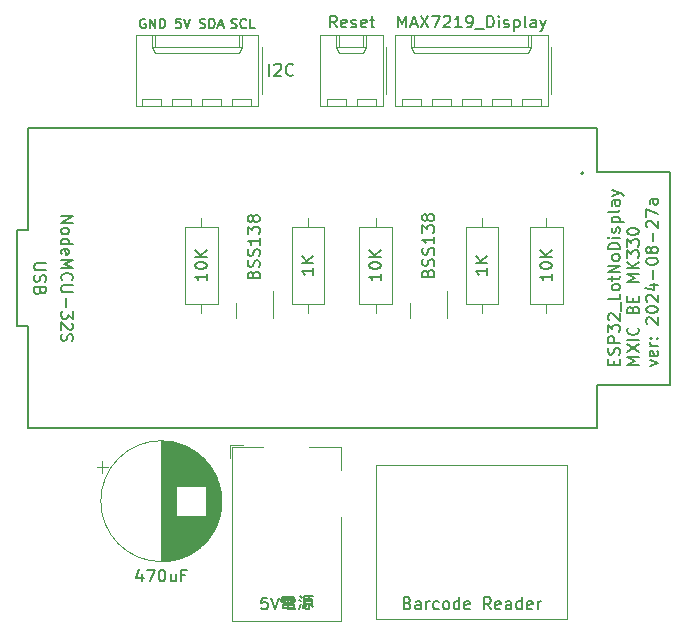
<source format=gbr>
%TF.GenerationSoftware,KiCad,Pcbnew,(6.0.7)*%
%TF.CreationDate,2024-08-27T11:09:32+08:00*%
%TF.ProjectId,KiCad_Esp32_LotNoDisplay,4b694361-645f-4457-9370-33325f4c6f74,rev?*%
%TF.SameCoordinates,Original*%
%TF.FileFunction,Legend,Top*%
%TF.FilePolarity,Positive*%
%FSLAX46Y46*%
G04 Gerber Fmt 4.6, Leading zero omitted, Abs format (unit mm)*
G04 Created by KiCad (PCBNEW (6.0.7)) date 2024-08-27 11:09:32*
%MOMM*%
%LPD*%
G01*
G04 APERTURE LIST*
%ADD10C,0.150000*%
%ADD11C,0.120000*%
%ADD12C,0.200000*%
%ADD13C,0.127000*%
G04 APERTURE END LIST*
D10*
X32076023Y-26143000D02*
X31999833Y-26104904D01*
X31885547Y-26104904D01*
X31771261Y-26143000D01*
X31695071Y-26219190D01*
X31656976Y-26295380D01*
X31618880Y-26447761D01*
X31618880Y-26562047D01*
X31656976Y-26714428D01*
X31695071Y-26790619D01*
X31771261Y-26866809D01*
X31885547Y-26904904D01*
X31961738Y-26904904D01*
X32076023Y-26866809D01*
X32114119Y-26828714D01*
X32114119Y-26562047D01*
X31961738Y-26562047D01*
X32456976Y-26904904D02*
X32456976Y-26104904D01*
X32914119Y-26904904D01*
X32914119Y-26104904D01*
X33295071Y-26904904D02*
X33295071Y-26104904D01*
X33485547Y-26104904D01*
X33599833Y-26143000D01*
X33676023Y-26219190D01*
X33714119Y-26295380D01*
X33752214Y-26447761D01*
X33752214Y-26562047D01*
X33714119Y-26714428D01*
X33676023Y-26790619D01*
X33599833Y-26866809D01*
X33485547Y-26904904D01*
X33295071Y-26904904D01*
X35085928Y-26104904D02*
X34704976Y-26104904D01*
X34666880Y-26485857D01*
X34704976Y-26447761D01*
X34781166Y-26409666D01*
X34971642Y-26409666D01*
X35047833Y-26447761D01*
X35085928Y-26485857D01*
X35124023Y-26562047D01*
X35124023Y-26752523D01*
X35085928Y-26828714D01*
X35047833Y-26866809D01*
X34971642Y-26904904D01*
X34781166Y-26904904D01*
X34704976Y-26866809D01*
X34666880Y-26828714D01*
X35352595Y-26104904D02*
X35619261Y-26904904D01*
X35885928Y-26104904D01*
X39365880Y-26866809D02*
X39480166Y-26904904D01*
X39670642Y-26904904D01*
X39746833Y-26866809D01*
X39784928Y-26828714D01*
X39823023Y-26752523D01*
X39823023Y-26676333D01*
X39784928Y-26600142D01*
X39746833Y-26562047D01*
X39670642Y-26523952D01*
X39518261Y-26485857D01*
X39442071Y-26447761D01*
X39403976Y-26409666D01*
X39365880Y-26333476D01*
X39365880Y-26257285D01*
X39403976Y-26181095D01*
X39442071Y-26143000D01*
X39518261Y-26104904D01*
X39708738Y-26104904D01*
X39823023Y-26143000D01*
X40623023Y-26828714D02*
X40584928Y-26866809D01*
X40470642Y-26904904D01*
X40394452Y-26904904D01*
X40280166Y-26866809D01*
X40203976Y-26790619D01*
X40165880Y-26714428D01*
X40127785Y-26562047D01*
X40127785Y-26447761D01*
X40165880Y-26295380D01*
X40203976Y-26219190D01*
X40280166Y-26143000D01*
X40394452Y-26104904D01*
X40470642Y-26104904D01*
X40584928Y-26143000D01*
X40623023Y-26181095D01*
X41346833Y-26904904D02*
X40965880Y-26904904D01*
X40965880Y-26104904D01*
X36698880Y-26866809D02*
X36813166Y-26904904D01*
X37003642Y-26904904D01*
X37079833Y-26866809D01*
X37117928Y-26828714D01*
X37156023Y-26752523D01*
X37156023Y-26676333D01*
X37117928Y-26600142D01*
X37079833Y-26562047D01*
X37003642Y-26523952D01*
X36851261Y-26485857D01*
X36775071Y-26447761D01*
X36736976Y-26409666D01*
X36698880Y-26333476D01*
X36698880Y-26257285D01*
X36736976Y-26181095D01*
X36775071Y-26143000D01*
X36851261Y-26104904D01*
X37041738Y-26104904D01*
X37156023Y-26143000D01*
X37498880Y-26904904D02*
X37498880Y-26104904D01*
X37689357Y-26104904D01*
X37803642Y-26143000D01*
X37879833Y-26219190D01*
X37917928Y-26295380D01*
X37956023Y-26447761D01*
X37956023Y-26562047D01*
X37917928Y-26714428D01*
X37879833Y-26790619D01*
X37803642Y-26866809D01*
X37689357Y-26904904D01*
X37498880Y-26904904D01*
X38260785Y-26676333D02*
X38641738Y-26676333D01*
X38184595Y-26904904D02*
X38451261Y-26104904D01*
X38717928Y-26904904D01*
X24947619Y-42826901D02*
X25947619Y-42826901D01*
X24947619Y-43398329D01*
X25947619Y-43398329D01*
X24947619Y-44017377D02*
X24995238Y-43922139D01*
X25042857Y-43874520D01*
X25138095Y-43826901D01*
X25423809Y-43826901D01*
X25519047Y-43874520D01*
X25566666Y-43922139D01*
X25614285Y-44017377D01*
X25614285Y-44160234D01*
X25566666Y-44255472D01*
X25519047Y-44303091D01*
X25423809Y-44350710D01*
X25138095Y-44350710D01*
X25042857Y-44303091D01*
X24995238Y-44255472D01*
X24947619Y-44160234D01*
X24947619Y-44017377D01*
X24947619Y-45207853D02*
X25947619Y-45207853D01*
X24995238Y-45207853D02*
X24947619Y-45112615D01*
X24947619Y-44922139D01*
X24995238Y-44826901D01*
X25042857Y-44779282D01*
X25138095Y-44731663D01*
X25423809Y-44731663D01*
X25519047Y-44779282D01*
X25566666Y-44826901D01*
X25614285Y-44922139D01*
X25614285Y-45112615D01*
X25566666Y-45207853D01*
X24995238Y-46064996D02*
X24947619Y-45969758D01*
X24947619Y-45779282D01*
X24995238Y-45684044D01*
X25090476Y-45636425D01*
X25471428Y-45636425D01*
X25566666Y-45684044D01*
X25614285Y-45779282D01*
X25614285Y-45969758D01*
X25566666Y-46064996D01*
X25471428Y-46112615D01*
X25376190Y-46112615D01*
X25280952Y-45636425D01*
X24947619Y-46541186D02*
X25947619Y-46541186D01*
X25233333Y-46874520D01*
X25947619Y-47207853D01*
X24947619Y-47207853D01*
X25042857Y-48255472D02*
X24995238Y-48207853D01*
X24947619Y-48064996D01*
X24947619Y-47969758D01*
X24995238Y-47826901D01*
X25090476Y-47731663D01*
X25185714Y-47684044D01*
X25376190Y-47636425D01*
X25519047Y-47636425D01*
X25709523Y-47684044D01*
X25804761Y-47731663D01*
X25900000Y-47826901D01*
X25947619Y-47969758D01*
X25947619Y-48064996D01*
X25900000Y-48207853D01*
X25852380Y-48255472D01*
X25947619Y-48684044D02*
X25138095Y-48684044D01*
X25042857Y-48731663D01*
X24995238Y-48779282D01*
X24947619Y-48874520D01*
X24947619Y-49064996D01*
X24995238Y-49160234D01*
X25042857Y-49207853D01*
X25138095Y-49255472D01*
X25947619Y-49255472D01*
X25328571Y-49731663D02*
X25328571Y-50493567D01*
X25947619Y-50874520D02*
X25947619Y-51493567D01*
X25566666Y-51160234D01*
X25566666Y-51303091D01*
X25519047Y-51398329D01*
X25471428Y-51445948D01*
X25376190Y-51493567D01*
X25138095Y-51493567D01*
X25042857Y-51445948D01*
X24995238Y-51398329D01*
X24947619Y-51303091D01*
X24947619Y-51017377D01*
X24995238Y-50922139D01*
X25042857Y-50874520D01*
X25852380Y-51874520D02*
X25900000Y-51922139D01*
X25947619Y-52017377D01*
X25947619Y-52255472D01*
X25900000Y-52350710D01*
X25852380Y-52398329D01*
X25757142Y-52445948D01*
X25661904Y-52445948D01*
X25519047Y-52398329D01*
X24947619Y-51826901D01*
X24947619Y-52445948D01*
X24995238Y-52826901D02*
X24947619Y-52969758D01*
X24947619Y-53207853D01*
X24995238Y-53303091D01*
X25042857Y-53350710D01*
X25138095Y-53398329D01*
X25233333Y-53398329D01*
X25328571Y-53350710D01*
X25376190Y-53303091D01*
X25423809Y-53207853D01*
X25471428Y-53017377D01*
X25519047Y-52922139D01*
X25566666Y-52874520D01*
X25661904Y-52826901D01*
X25757142Y-52826901D01*
X25852380Y-52874520D01*
X25900000Y-52922139D01*
X25947619Y-53017377D01*
X25947619Y-53255472D01*
X25900000Y-53398329D01*
X23661619Y-46826901D02*
X22852095Y-46826901D01*
X22756857Y-46874520D01*
X22709238Y-46922139D01*
X22661619Y-47017377D01*
X22661619Y-47207853D01*
X22709238Y-47303091D01*
X22756857Y-47350710D01*
X22852095Y-47398329D01*
X23661619Y-47398329D01*
X22709238Y-47826901D02*
X22661619Y-47969758D01*
X22661619Y-48207853D01*
X22709238Y-48303091D01*
X22756857Y-48350710D01*
X22852095Y-48398329D01*
X22947333Y-48398329D01*
X23042571Y-48350710D01*
X23090190Y-48303091D01*
X23137809Y-48207853D01*
X23185428Y-48017377D01*
X23233047Y-47922139D01*
X23280666Y-47874520D01*
X23375904Y-47826901D01*
X23471142Y-47826901D01*
X23566380Y-47874520D01*
X23614000Y-47922139D01*
X23661619Y-48017377D01*
X23661619Y-48255472D01*
X23614000Y-48398329D01*
X23185428Y-49160234D02*
X23137809Y-49303091D01*
X23090190Y-49350710D01*
X22994952Y-49398329D01*
X22852095Y-49398329D01*
X22756857Y-49350710D01*
X22709238Y-49303091D01*
X22661619Y-49207853D01*
X22661619Y-48826901D01*
X23661619Y-48826901D01*
X23661619Y-49160234D01*
X23614000Y-49255472D01*
X23566380Y-49303091D01*
X23471142Y-49350710D01*
X23375904Y-49350710D01*
X23280666Y-49303091D01*
X23233047Y-49255472D01*
X23185428Y-49160234D01*
X23185428Y-48826901D01*
X71724571Y-55399639D02*
X71724571Y-55066306D01*
X72248380Y-54923449D02*
X72248380Y-55399639D01*
X71248380Y-55399639D01*
X71248380Y-54923449D01*
X72200761Y-54542496D02*
X72248380Y-54399639D01*
X72248380Y-54161544D01*
X72200761Y-54066306D01*
X72153142Y-54018687D01*
X72057904Y-53971068D01*
X71962666Y-53971068D01*
X71867428Y-54018687D01*
X71819809Y-54066306D01*
X71772190Y-54161544D01*
X71724571Y-54352020D01*
X71676952Y-54447258D01*
X71629333Y-54494877D01*
X71534095Y-54542496D01*
X71438857Y-54542496D01*
X71343619Y-54494877D01*
X71296000Y-54447258D01*
X71248380Y-54352020D01*
X71248380Y-54113925D01*
X71296000Y-53971068D01*
X72248380Y-53542496D02*
X71248380Y-53542496D01*
X71248380Y-53161544D01*
X71296000Y-53066306D01*
X71343619Y-53018687D01*
X71438857Y-52971068D01*
X71581714Y-52971068D01*
X71676952Y-53018687D01*
X71724571Y-53066306D01*
X71772190Y-53161544D01*
X71772190Y-53542496D01*
X71248380Y-52637735D02*
X71248380Y-52018687D01*
X71629333Y-52352020D01*
X71629333Y-52209163D01*
X71676952Y-52113925D01*
X71724571Y-52066306D01*
X71819809Y-52018687D01*
X72057904Y-52018687D01*
X72153142Y-52066306D01*
X72200761Y-52113925D01*
X72248380Y-52209163D01*
X72248380Y-52494877D01*
X72200761Y-52590115D01*
X72153142Y-52637735D01*
X71343619Y-51637735D02*
X71296000Y-51590115D01*
X71248380Y-51494877D01*
X71248380Y-51256782D01*
X71296000Y-51161544D01*
X71343619Y-51113925D01*
X71438857Y-51066306D01*
X71534095Y-51066306D01*
X71676952Y-51113925D01*
X72248380Y-51685354D01*
X72248380Y-51066306D01*
X72343619Y-50875830D02*
X72343619Y-50113925D01*
X72248380Y-49399639D02*
X72248380Y-49875830D01*
X71248380Y-49875830D01*
X72248380Y-48923449D02*
X72200761Y-49018687D01*
X72153142Y-49066306D01*
X72057904Y-49113925D01*
X71772190Y-49113925D01*
X71676952Y-49066306D01*
X71629333Y-49018687D01*
X71581714Y-48923449D01*
X71581714Y-48780592D01*
X71629333Y-48685354D01*
X71676952Y-48637735D01*
X71772190Y-48590115D01*
X72057904Y-48590115D01*
X72153142Y-48637735D01*
X72200761Y-48685354D01*
X72248380Y-48780592D01*
X72248380Y-48923449D01*
X71581714Y-48304401D02*
X71581714Y-47923449D01*
X71248380Y-48161544D02*
X72105523Y-48161544D01*
X72200761Y-48113925D01*
X72248380Y-48018687D01*
X72248380Y-47923449D01*
X72248380Y-47590115D02*
X71248380Y-47590115D01*
X72248380Y-47018687D01*
X71248380Y-47018687D01*
X72248380Y-46399639D02*
X72200761Y-46494877D01*
X72153142Y-46542496D01*
X72057904Y-46590115D01*
X71772190Y-46590115D01*
X71676952Y-46542496D01*
X71629333Y-46494877D01*
X71581714Y-46399639D01*
X71581714Y-46256782D01*
X71629333Y-46161544D01*
X71676952Y-46113925D01*
X71772190Y-46066306D01*
X72057904Y-46066306D01*
X72153142Y-46113925D01*
X72200761Y-46161544D01*
X72248380Y-46256782D01*
X72248380Y-46399639D01*
X72248380Y-45637735D02*
X71248380Y-45637735D01*
X71248380Y-45399639D01*
X71296000Y-45256782D01*
X71391238Y-45161544D01*
X71486476Y-45113925D01*
X71676952Y-45066306D01*
X71819809Y-45066306D01*
X72010285Y-45113925D01*
X72105523Y-45161544D01*
X72200761Y-45256782D01*
X72248380Y-45399639D01*
X72248380Y-45637735D01*
X72248380Y-44637735D02*
X71581714Y-44637735D01*
X71248380Y-44637735D02*
X71296000Y-44685354D01*
X71343619Y-44637735D01*
X71296000Y-44590115D01*
X71248380Y-44637735D01*
X71343619Y-44637735D01*
X72200761Y-44209163D02*
X72248380Y-44113925D01*
X72248380Y-43923449D01*
X72200761Y-43828211D01*
X72105523Y-43780592D01*
X72057904Y-43780592D01*
X71962666Y-43828211D01*
X71915047Y-43923449D01*
X71915047Y-44066306D01*
X71867428Y-44161544D01*
X71772190Y-44209163D01*
X71724571Y-44209163D01*
X71629333Y-44161544D01*
X71581714Y-44066306D01*
X71581714Y-43923449D01*
X71629333Y-43828211D01*
X71581714Y-43352020D02*
X72581714Y-43352020D01*
X71629333Y-43352020D02*
X71581714Y-43256782D01*
X71581714Y-43066306D01*
X71629333Y-42971068D01*
X71676952Y-42923449D01*
X71772190Y-42875830D01*
X72057904Y-42875830D01*
X72153142Y-42923449D01*
X72200761Y-42971068D01*
X72248380Y-43066306D01*
X72248380Y-43256782D01*
X72200761Y-43352020D01*
X72248380Y-42304401D02*
X72200761Y-42399639D01*
X72105523Y-42447258D01*
X71248380Y-42447258D01*
X72248380Y-41494877D02*
X71724571Y-41494877D01*
X71629333Y-41542496D01*
X71581714Y-41637735D01*
X71581714Y-41828211D01*
X71629333Y-41923449D01*
X72200761Y-41494877D02*
X72248380Y-41590115D01*
X72248380Y-41828211D01*
X72200761Y-41923449D01*
X72105523Y-41971068D01*
X72010285Y-41971068D01*
X71915047Y-41923449D01*
X71867428Y-41828211D01*
X71867428Y-41590115D01*
X71819809Y-41494877D01*
X71581714Y-41113925D02*
X72248380Y-40875830D01*
X71581714Y-40637735D02*
X72248380Y-40875830D01*
X72486476Y-40971068D01*
X72534095Y-41018687D01*
X72581714Y-41113925D01*
X73858380Y-55399639D02*
X72858380Y-55399639D01*
X73572666Y-55066306D01*
X72858380Y-54732973D01*
X73858380Y-54732973D01*
X72858380Y-54352020D02*
X73858380Y-53685354D01*
X72858380Y-53685354D02*
X73858380Y-54352020D01*
X73858380Y-53304401D02*
X72858380Y-53304401D01*
X73763142Y-52256782D02*
X73810761Y-52304401D01*
X73858380Y-52447258D01*
X73858380Y-52542496D01*
X73810761Y-52685354D01*
X73715523Y-52780592D01*
X73620285Y-52828211D01*
X73429809Y-52875830D01*
X73286952Y-52875830D01*
X73096476Y-52828211D01*
X73001238Y-52780592D01*
X72906000Y-52685354D01*
X72858380Y-52542496D01*
X72858380Y-52447258D01*
X72906000Y-52304401D01*
X72953619Y-52256782D01*
X73334571Y-50732973D02*
X73382190Y-50590115D01*
X73429809Y-50542496D01*
X73525047Y-50494877D01*
X73667904Y-50494877D01*
X73763142Y-50542496D01*
X73810761Y-50590115D01*
X73858380Y-50685354D01*
X73858380Y-51066306D01*
X72858380Y-51066306D01*
X72858380Y-50732973D01*
X72906000Y-50637735D01*
X72953619Y-50590115D01*
X73048857Y-50542496D01*
X73144095Y-50542496D01*
X73239333Y-50590115D01*
X73286952Y-50637735D01*
X73334571Y-50732973D01*
X73334571Y-51066306D01*
X73334571Y-50066306D02*
X73334571Y-49732973D01*
X73858380Y-49590115D02*
X73858380Y-50066306D01*
X72858380Y-50066306D01*
X72858380Y-49590115D01*
X73858380Y-48399639D02*
X72858380Y-48399639D01*
X73572666Y-48066306D01*
X72858380Y-47732973D01*
X73858380Y-47732973D01*
X73858380Y-47256782D02*
X72858380Y-47256782D01*
X73858380Y-46685354D02*
X73286952Y-47113925D01*
X72858380Y-46685354D02*
X73429809Y-47256782D01*
X72858380Y-46352020D02*
X72858380Y-45732973D01*
X73239333Y-46066306D01*
X73239333Y-45923449D01*
X73286952Y-45828211D01*
X73334571Y-45780592D01*
X73429809Y-45732973D01*
X73667904Y-45732973D01*
X73763142Y-45780592D01*
X73810761Y-45828211D01*
X73858380Y-45923449D01*
X73858380Y-46209163D01*
X73810761Y-46304401D01*
X73763142Y-46352020D01*
X72858380Y-45399639D02*
X72858380Y-44780592D01*
X73239333Y-45113925D01*
X73239333Y-44971068D01*
X73286952Y-44875830D01*
X73334571Y-44828211D01*
X73429809Y-44780592D01*
X73667904Y-44780592D01*
X73763142Y-44828211D01*
X73810761Y-44875830D01*
X73858380Y-44971068D01*
X73858380Y-45256782D01*
X73810761Y-45352020D01*
X73763142Y-45399639D01*
X72858380Y-44161544D02*
X72858380Y-44066306D01*
X72906000Y-43971068D01*
X72953619Y-43923449D01*
X73048857Y-43875830D01*
X73239333Y-43828211D01*
X73477428Y-43828211D01*
X73667904Y-43875830D01*
X73763142Y-43923449D01*
X73810761Y-43971068D01*
X73858380Y-44066306D01*
X73858380Y-44161544D01*
X73810761Y-44256782D01*
X73763142Y-44304401D01*
X73667904Y-44352020D01*
X73477428Y-44399639D01*
X73239333Y-44399639D01*
X73048857Y-44352020D01*
X72953619Y-44304401D01*
X72906000Y-44256782D01*
X72858380Y-44161544D01*
X74801714Y-55494877D02*
X75468380Y-55256782D01*
X74801714Y-55018687D01*
X75420761Y-54256782D02*
X75468380Y-54352020D01*
X75468380Y-54542496D01*
X75420761Y-54637735D01*
X75325523Y-54685354D01*
X74944571Y-54685354D01*
X74849333Y-54637735D01*
X74801714Y-54542496D01*
X74801714Y-54352020D01*
X74849333Y-54256782D01*
X74944571Y-54209163D01*
X75039809Y-54209163D01*
X75135047Y-54685354D01*
X75468380Y-53780592D02*
X74801714Y-53780592D01*
X74992190Y-53780592D02*
X74896952Y-53732973D01*
X74849333Y-53685354D01*
X74801714Y-53590115D01*
X74801714Y-53494877D01*
X75373142Y-53161544D02*
X75420761Y-53113925D01*
X75468380Y-53161544D01*
X75420761Y-53209163D01*
X75373142Y-53161544D01*
X75468380Y-53161544D01*
X74849333Y-53161544D02*
X74896952Y-53113925D01*
X74944571Y-53161544D01*
X74896952Y-53209163D01*
X74849333Y-53161544D01*
X74944571Y-53161544D01*
X74563619Y-51971068D02*
X74516000Y-51923449D01*
X74468380Y-51828211D01*
X74468380Y-51590115D01*
X74516000Y-51494877D01*
X74563619Y-51447258D01*
X74658857Y-51399639D01*
X74754095Y-51399639D01*
X74896952Y-51447258D01*
X75468380Y-52018687D01*
X75468380Y-51399639D01*
X74468380Y-50780592D02*
X74468380Y-50685354D01*
X74516000Y-50590115D01*
X74563619Y-50542496D01*
X74658857Y-50494877D01*
X74849333Y-50447258D01*
X75087428Y-50447258D01*
X75277904Y-50494877D01*
X75373142Y-50542496D01*
X75420761Y-50590115D01*
X75468380Y-50685354D01*
X75468380Y-50780592D01*
X75420761Y-50875830D01*
X75373142Y-50923449D01*
X75277904Y-50971068D01*
X75087428Y-51018687D01*
X74849333Y-51018687D01*
X74658857Y-50971068D01*
X74563619Y-50923449D01*
X74516000Y-50875830D01*
X74468380Y-50780592D01*
X74563619Y-50066306D02*
X74516000Y-50018687D01*
X74468380Y-49923449D01*
X74468380Y-49685354D01*
X74516000Y-49590115D01*
X74563619Y-49542496D01*
X74658857Y-49494877D01*
X74754095Y-49494877D01*
X74896952Y-49542496D01*
X75468380Y-50113925D01*
X75468380Y-49494877D01*
X74801714Y-48637735D02*
X75468380Y-48637735D01*
X74420761Y-48875830D02*
X75135047Y-49113925D01*
X75135047Y-48494877D01*
X75087428Y-48113925D02*
X75087428Y-47352020D01*
X74468380Y-46685354D02*
X74468380Y-46590115D01*
X74516000Y-46494877D01*
X74563619Y-46447258D01*
X74658857Y-46399639D01*
X74849333Y-46352020D01*
X75087428Y-46352020D01*
X75277904Y-46399639D01*
X75373142Y-46447258D01*
X75420761Y-46494877D01*
X75468380Y-46590115D01*
X75468380Y-46685354D01*
X75420761Y-46780592D01*
X75373142Y-46828211D01*
X75277904Y-46875830D01*
X75087428Y-46923449D01*
X74849333Y-46923449D01*
X74658857Y-46875830D01*
X74563619Y-46828211D01*
X74516000Y-46780592D01*
X74468380Y-46685354D01*
X74896952Y-45780592D02*
X74849333Y-45875830D01*
X74801714Y-45923449D01*
X74706476Y-45971068D01*
X74658857Y-45971068D01*
X74563619Y-45923449D01*
X74516000Y-45875830D01*
X74468380Y-45780592D01*
X74468380Y-45590115D01*
X74516000Y-45494877D01*
X74563619Y-45447258D01*
X74658857Y-45399639D01*
X74706476Y-45399639D01*
X74801714Y-45447258D01*
X74849333Y-45494877D01*
X74896952Y-45590115D01*
X74896952Y-45780592D01*
X74944571Y-45875830D01*
X74992190Y-45923449D01*
X75087428Y-45971068D01*
X75277904Y-45971068D01*
X75373142Y-45923449D01*
X75420761Y-45875830D01*
X75468380Y-45780592D01*
X75468380Y-45590115D01*
X75420761Y-45494877D01*
X75373142Y-45447258D01*
X75277904Y-45399639D01*
X75087428Y-45399639D01*
X74992190Y-45447258D01*
X74944571Y-45494877D01*
X74896952Y-45590115D01*
X75087428Y-44971068D02*
X75087428Y-44209163D01*
X74563619Y-43780592D02*
X74516000Y-43732973D01*
X74468380Y-43637735D01*
X74468380Y-43399639D01*
X74516000Y-43304401D01*
X74563619Y-43256782D01*
X74658857Y-43209163D01*
X74754095Y-43209163D01*
X74896952Y-43256782D01*
X75468380Y-43828211D01*
X75468380Y-43209163D01*
X74468380Y-42875830D02*
X74468380Y-42209163D01*
X75468380Y-42637735D01*
X75468380Y-41399639D02*
X74944571Y-41399639D01*
X74849333Y-41447258D01*
X74801714Y-41542496D01*
X74801714Y-41732973D01*
X74849333Y-41828211D01*
X75420761Y-41399639D02*
X75468380Y-41494877D01*
X75468380Y-41732973D01*
X75420761Y-41828211D01*
X75325523Y-41875830D01*
X75230285Y-41875830D01*
X75135047Y-41828211D01*
X75087428Y-41732973D01*
X75087428Y-41494877D01*
X75039809Y-41399639D01*
%TO.C,J5*%
X42584809Y-30932380D02*
X42584809Y-29932380D01*
X43013380Y-30027619D02*
X43061000Y-29980000D01*
X43156238Y-29932380D01*
X43394333Y-29932380D01*
X43489571Y-29980000D01*
X43537190Y-30027619D01*
X43584809Y-30122857D01*
X43584809Y-30218095D01*
X43537190Y-30360952D01*
X42965761Y-30932380D01*
X43584809Y-30932380D01*
X44584809Y-30837142D02*
X44537190Y-30884761D01*
X44394333Y-30932380D01*
X44299095Y-30932380D01*
X44156238Y-30884761D01*
X44061000Y-30789523D01*
X44013380Y-30694285D01*
X43965761Y-30503809D01*
X43965761Y-30360952D01*
X44013380Y-30170476D01*
X44061000Y-30075238D01*
X44156238Y-29980000D01*
X44299095Y-29932380D01*
X44394333Y-29932380D01*
X44537190Y-29980000D01*
X44584809Y-30027619D01*
%TO.C,J2*%
X53475714Y-26852380D02*
X53475714Y-25852380D01*
X53809047Y-26566666D01*
X54142380Y-25852380D01*
X54142380Y-26852380D01*
X54570952Y-26566666D02*
X55047142Y-26566666D01*
X54475714Y-26852380D02*
X54809047Y-25852380D01*
X55142380Y-26852380D01*
X55380476Y-25852380D02*
X56047142Y-26852380D01*
X56047142Y-25852380D02*
X55380476Y-26852380D01*
X56332857Y-25852380D02*
X56999523Y-25852380D01*
X56570952Y-26852380D01*
X57332857Y-25947619D02*
X57380476Y-25900000D01*
X57475714Y-25852380D01*
X57713809Y-25852380D01*
X57809047Y-25900000D01*
X57856666Y-25947619D01*
X57904285Y-26042857D01*
X57904285Y-26138095D01*
X57856666Y-26280952D01*
X57285238Y-26852380D01*
X57904285Y-26852380D01*
X58856666Y-26852380D02*
X58285238Y-26852380D01*
X58570952Y-26852380D02*
X58570952Y-25852380D01*
X58475714Y-25995238D01*
X58380476Y-26090476D01*
X58285238Y-26138095D01*
X59332857Y-26852380D02*
X59523333Y-26852380D01*
X59618571Y-26804761D01*
X59666190Y-26757142D01*
X59761428Y-26614285D01*
X59809047Y-26423809D01*
X59809047Y-26042857D01*
X59761428Y-25947619D01*
X59713809Y-25900000D01*
X59618571Y-25852380D01*
X59428095Y-25852380D01*
X59332857Y-25900000D01*
X59285238Y-25947619D01*
X59237619Y-26042857D01*
X59237619Y-26280952D01*
X59285238Y-26376190D01*
X59332857Y-26423809D01*
X59428095Y-26471428D01*
X59618571Y-26471428D01*
X59713809Y-26423809D01*
X59761428Y-26376190D01*
X59809047Y-26280952D01*
X59999523Y-26947619D02*
X60761428Y-26947619D01*
X60999523Y-26852380D02*
X60999523Y-25852380D01*
X61237619Y-25852380D01*
X61380476Y-25900000D01*
X61475714Y-25995238D01*
X61523333Y-26090476D01*
X61570952Y-26280952D01*
X61570952Y-26423809D01*
X61523333Y-26614285D01*
X61475714Y-26709523D01*
X61380476Y-26804761D01*
X61237619Y-26852380D01*
X60999523Y-26852380D01*
X61999523Y-26852380D02*
X61999523Y-26185714D01*
X61999523Y-25852380D02*
X61951904Y-25900000D01*
X61999523Y-25947619D01*
X62047142Y-25900000D01*
X61999523Y-25852380D01*
X61999523Y-25947619D01*
X62428095Y-26804761D02*
X62523333Y-26852380D01*
X62713809Y-26852380D01*
X62809047Y-26804761D01*
X62856666Y-26709523D01*
X62856666Y-26661904D01*
X62809047Y-26566666D01*
X62713809Y-26519047D01*
X62570952Y-26519047D01*
X62475714Y-26471428D01*
X62428095Y-26376190D01*
X62428095Y-26328571D01*
X62475714Y-26233333D01*
X62570952Y-26185714D01*
X62713809Y-26185714D01*
X62809047Y-26233333D01*
X63285238Y-26185714D02*
X63285238Y-27185714D01*
X63285238Y-26233333D02*
X63380476Y-26185714D01*
X63570952Y-26185714D01*
X63666190Y-26233333D01*
X63713809Y-26280952D01*
X63761428Y-26376190D01*
X63761428Y-26661904D01*
X63713809Y-26757142D01*
X63666190Y-26804761D01*
X63570952Y-26852380D01*
X63380476Y-26852380D01*
X63285238Y-26804761D01*
X64332857Y-26852380D02*
X64237619Y-26804761D01*
X64190000Y-26709523D01*
X64190000Y-25852380D01*
X65142380Y-26852380D02*
X65142380Y-26328571D01*
X65094761Y-26233333D01*
X64999523Y-26185714D01*
X64809047Y-26185714D01*
X64713809Y-26233333D01*
X65142380Y-26804761D02*
X65047142Y-26852380D01*
X64809047Y-26852380D01*
X64713809Y-26804761D01*
X64666190Y-26709523D01*
X64666190Y-26614285D01*
X64713809Y-26519047D01*
X64809047Y-26471428D01*
X65047142Y-26471428D01*
X65142380Y-26423809D01*
X65523333Y-26185714D02*
X65761428Y-26852380D01*
X65999523Y-26185714D02*
X65761428Y-26852380D01*
X65666190Y-27090476D01*
X65618571Y-27138095D01*
X65523333Y-27185714D01*
%TO.C,R8*%
X66492380Y-47680476D02*
X66492380Y-48251904D01*
X66492380Y-47966190D02*
X65492380Y-47966190D01*
X65635238Y-48061428D01*
X65730476Y-48156666D01*
X65778095Y-48251904D01*
X65492380Y-47061428D02*
X65492380Y-46966190D01*
X65540000Y-46870952D01*
X65587619Y-46823333D01*
X65682857Y-46775714D01*
X65873333Y-46728095D01*
X66111428Y-46728095D01*
X66301904Y-46775714D01*
X66397142Y-46823333D01*
X66444761Y-46870952D01*
X66492380Y-46966190D01*
X66492380Y-47061428D01*
X66444761Y-47156666D01*
X66397142Y-47204285D01*
X66301904Y-47251904D01*
X66111428Y-47299523D01*
X65873333Y-47299523D01*
X65682857Y-47251904D01*
X65587619Y-47204285D01*
X65540000Y-47156666D01*
X65492380Y-47061428D01*
X66492380Y-46299523D02*
X65492380Y-46299523D01*
X66492380Y-45728095D02*
X65920952Y-46156666D01*
X65492380Y-45728095D02*
X66063809Y-46299523D01*
%TO.C,R5*%
X46305712Y-47204285D02*
X46305712Y-47775714D01*
X46305712Y-47490000D02*
X45305712Y-47490000D01*
X45448570Y-47585238D01*
X45543808Y-47680476D01*
X45591427Y-47775714D01*
X46305712Y-46775714D02*
X45305712Y-46775714D01*
X46305712Y-46204285D02*
X45734284Y-46632857D01*
X45305712Y-46204285D02*
X45877141Y-46775714D01*
%TO.C,R4*%
X37282380Y-47680476D02*
X37282380Y-48251904D01*
X37282380Y-47966190D02*
X36282380Y-47966190D01*
X36425238Y-48061428D01*
X36520476Y-48156666D01*
X36568095Y-48251904D01*
X36282380Y-47061428D02*
X36282380Y-46966190D01*
X36330000Y-46870952D01*
X36377619Y-46823333D01*
X36472857Y-46775714D01*
X36663333Y-46728095D01*
X36901428Y-46728095D01*
X37091904Y-46775714D01*
X37187142Y-46823333D01*
X37234761Y-46870952D01*
X37282380Y-46966190D01*
X37282380Y-47061428D01*
X37234761Y-47156666D01*
X37187142Y-47204285D01*
X37091904Y-47251904D01*
X36901428Y-47299523D01*
X36663333Y-47299523D01*
X36472857Y-47251904D01*
X36377619Y-47204285D01*
X36330000Y-47156666D01*
X36282380Y-47061428D01*
X37282380Y-46299523D02*
X36282380Y-46299523D01*
X37282380Y-45728095D02*
X36710952Y-46156666D01*
X36282380Y-45728095D02*
X36853809Y-46299523D01*
%TO.C,R3*%
X61044042Y-47204285D02*
X61044042Y-47775714D01*
X61044042Y-47490000D02*
X60044042Y-47490000D01*
X60186900Y-47585238D01*
X60282138Y-47680476D01*
X60329757Y-47775714D01*
X61044042Y-46775714D02*
X60044042Y-46775714D01*
X61044042Y-46204285D02*
X60472614Y-46632857D01*
X60044042Y-46204285D02*
X60615471Y-46775714D01*
%TO.C,R2*%
X52020710Y-47680476D02*
X52020710Y-48251904D01*
X52020710Y-47966190D02*
X51020710Y-47966190D01*
X51163568Y-48061428D01*
X51258806Y-48156666D01*
X51306425Y-48251904D01*
X51020710Y-47061428D02*
X51020710Y-46966190D01*
X51068330Y-46870952D01*
X51115949Y-46823333D01*
X51211187Y-46775714D01*
X51401663Y-46728095D01*
X51639758Y-46728095D01*
X51830234Y-46775714D01*
X51925472Y-46823333D01*
X51973091Y-46870952D01*
X52020710Y-46966190D01*
X52020710Y-47061428D01*
X51973091Y-47156666D01*
X51925472Y-47204285D01*
X51830234Y-47251904D01*
X51639758Y-47299523D01*
X51401663Y-47299523D01*
X51211187Y-47251904D01*
X51115949Y-47204285D01*
X51068330Y-47156666D01*
X51020710Y-47061428D01*
X52020710Y-46299523D02*
X51020710Y-46299523D01*
X52020710Y-45728095D02*
X51449282Y-46156666D01*
X51020710Y-45728095D02*
X51592139Y-46299523D01*
%TO.C,J3*%
X42392203Y-75113660D02*
X41916012Y-75113660D01*
X41868393Y-75589851D01*
X41916012Y-75542232D01*
X42011250Y-75494613D01*
X42249346Y-75494613D01*
X42344584Y-75542232D01*
X42392203Y-75589851D01*
X42439822Y-75685089D01*
X42439822Y-75923184D01*
X42392203Y-76018422D01*
X42344584Y-76066041D01*
X42249346Y-76113660D01*
X42011250Y-76113660D01*
X41916012Y-76066041D01*
X41868393Y-76018422D01*
X42725536Y-75113660D02*
X43058870Y-76113660D01*
X43392203Y-75113660D01*
X43677917Y-75066041D02*
X44677917Y-75066041D01*
X43725536Y-75351756D02*
X44011250Y-75351756D01*
X44296965Y-75351756D02*
X44630298Y-75351756D01*
X43677917Y-75494613D02*
X44011250Y-75494613D01*
X44296965Y-75494613D02*
X44677917Y-75494613D01*
X43725536Y-75780327D02*
X44677917Y-75780327D01*
X43725536Y-75970803D02*
X44677917Y-75970803D01*
X44201727Y-76113660D02*
X44773155Y-76113660D01*
X43582679Y-75208899D02*
X43582679Y-75399375D01*
X43725536Y-75637470D02*
X43725536Y-76018422D01*
X44154108Y-75066041D02*
X44154108Y-75542232D01*
X44201727Y-75637470D02*
X44201727Y-76113660D01*
X43725536Y-75637470D02*
X44677917Y-75637470D01*
X44677917Y-75970803D01*
X43582679Y-75208899D02*
X44773155Y-75208899D01*
X44773155Y-75399375D01*
X44820774Y-75970803D02*
X44773155Y-76113660D01*
X45487441Y-75018422D02*
X46296965Y-75018422D01*
X45630298Y-75446994D02*
X46201727Y-75446994D01*
X45630298Y-75637470D02*
X46201727Y-75637470D01*
X45725536Y-76113660D02*
X45916012Y-76113660D01*
X45630298Y-75256518D02*
X45630298Y-75637470D01*
X45916012Y-75066041D02*
X45868393Y-75256518D01*
X45916012Y-75637470D02*
X45916012Y-76113660D01*
X45630298Y-75256518D02*
X46201727Y-75256518D01*
X46201727Y-75637470D01*
X46106489Y-75780327D02*
X46249346Y-75923184D01*
X45677917Y-75780327D02*
X45582679Y-75970803D01*
X45154108Y-75018422D02*
X45344584Y-75113660D01*
X45058870Y-75351756D02*
X45296965Y-75446994D01*
X45296965Y-75685089D02*
X45106489Y-76113660D01*
X45487441Y-75018422D02*
X45487441Y-75589851D01*
X45392203Y-75970803D01*
%TO.C,Q2*%
X41234373Y-47752832D02*
X41281992Y-47609975D01*
X41329611Y-47562356D01*
X41424849Y-47514737D01*
X41567706Y-47514737D01*
X41662944Y-47562356D01*
X41710563Y-47609975D01*
X41758182Y-47705213D01*
X41758182Y-48086166D01*
X40758182Y-48086166D01*
X40758182Y-47752832D01*
X40805802Y-47657594D01*
X40853421Y-47609975D01*
X40948659Y-47562356D01*
X41043897Y-47562356D01*
X41139135Y-47609975D01*
X41186754Y-47657594D01*
X41234373Y-47752832D01*
X41234373Y-48086166D01*
X41710563Y-47133785D02*
X41758182Y-46990928D01*
X41758182Y-46752832D01*
X41710563Y-46657594D01*
X41662944Y-46609975D01*
X41567706Y-46562356D01*
X41472468Y-46562356D01*
X41377230Y-46609975D01*
X41329611Y-46657594D01*
X41281992Y-46752832D01*
X41234373Y-46943309D01*
X41186754Y-47038547D01*
X41139135Y-47086166D01*
X41043897Y-47133785D01*
X40948659Y-47133785D01*
X40853421Y-47086166D01*
X40805802Y-47038547D01*
X40758182Y-46943309D01*
X40758182Y-46705213D01*
X40805802Y-46562356D01*
X41710563Y-46181404D02*
X41758182Y-46038547D01*
X41758182Y-45800451D01*
X41710563Y-45705213D01*
X41662944Y-45657594D01*
X41567706Y-45609975D01*
X41472468Y-45609975D01*
X41377230Y-45657594D01*
X41329611Y-45705213D01*
X41281992Y-45800451D01*
X41234373Y-45990928D01*
X41186754Y-46086166D01*
X41139135Y-46133785D01*
X41043897Y-46181404D01*
X40948659Y-46181404D01*
X40853421Y-46133785D01*
X40805802Y-46086166D01*
X40758182Y-45990928D01*
X40758182Y-45752832D01*
X40805802Y-45609975D01*
X41758182Y-44657594D02*
X41758182Y-45229023D01*
X41758182Y-44943309D02*
X40758182Y-44943309D01*
X40901040Y-45038547D01*
X40996278Y-45133785D01*
X41043897Y-45229023D01*
X40758182Y-44324261D02*
X40758182Y-43705213D01*
X41139135Y-44038547D01*
X41139135Y-43895689D01*
X41186754Y-43800451D01*
X41234373Y-43752832D01*
X41329611Y-43705213D01*
X41567706Y-43705213D01*
X41662944Y-43752832D01*
X41710563Y-43800451D01*
X41758182Y-43895689D01*
X41758182Y-44181404D01*
X41710563Y-44276642D01*
X41662944Y-44324261D01*
X41186754Y-43133785D02*
X41139135Y-43229023D01*
X41091516Y-43276642D01*
X40996278Y-43324261D01*
X40948659Y-43324261D01*
X40853421Y-43276642D01*
X40805802Y-43229023D01*
X40758182Y-43133785D01*
X40758182Y-42943309D01*
X40805802Y-42848070D01*
X40853421Y-42800451D01*
X40948659Y-42752832D01*
X40996278Y-42752832D01*
X41091516Y-42800451D01*
X41139135Y-42848070D01*
X41186754Y-42943309D01*
X41186754Y-43133785D01*
X41234373Y-43229023D01*
X41281992Y-43276642D01*
X41377230Y-43324261D01*
X41567706Y-43324261D01*
X41662944Y-43276642D01*
X41710563Y-43229023D01*
X41758182Y-43133785D01*
X41758182Y-42943309D01*
X41710563Y-42848070D01*
X41662944Y-42800451D01*
X41567706Y-42752832D01*
X41377230Y-42752832D01*
X41281992Y-42800451D01*
X41234373Y-42848070D01*
X41186754Y-42943309D01*
%TO.C,Q1*%
X56007328Y-47649676D02*
X56054947Y-47506819D01*
X56102566Y-47459200D01*
X56197804Y-47411581D01*
X56340661Y-47411581D01*
X56435899Y-47459200D01*
X56483518Y-47506819D01*
X56531137Y-47602057D01*
X56531137Y-47983010D01*
X55531137Y-47983010D01*
X55531137Y-47649676D01*
X55578757Y-47554438D01*
X55626376Y-47506819D01*
X55721614Y-47459200D01*
X55816852Y-47459200D01*
X55912090Y-47506819D01*
X55959709Y-47554438D01*
X56007328Y-47649676D01*
X56007328Y-47983010D01*
X56483518Y-47030629D02*
X56531137Y-46887772D01*
X56531137Y-46649676D01*
X56483518Y-46554438D01*
X56435899Y-46506819D01*
X56340661Y-46459200D01*
X56245423Y-46459200D01*
X56150185Y-46506819D01*
X56102566Y-46554438D01*
X56054947Y-46649676D01*
X56007328Y-46840153D01*
X55959709Y-46935391D01*
X55912090Y-46983010D01*
X55816852Y-47030629D01*
X55721614Y-47030629D01*
X55626376Y-46983010D01*
X55578757Y-46935391D01*
X55531137Y-46840153D01*
X55531137Y-46602057D01*
X55578757Y-46459200D01*
X56483518Y-46078248D02*
X56531137Y-45935391D01*
X56531137Y-45697295D01*
X56483518Y-45602057D01*
X56435899Y-45554438D01*
X56340661Y-45506819D01*
X56245423Y-45506819D01*
X56150185Y-45554438D01*
X56102566Y-45602057D01*
X56054947Y-45697295D01*
X56007328Y-45887772D01*
X55959709Y-45983010D01*
X55912090Y-46030629D01*
X55816852Y-46078248D01*
X55721614Y-46078248D01*
X55626376Y-46030629D01*
X55578757Y-45983010D01*
X55531137Y-45887772D01*
X55531137Y-45649676D01*
X55578757Y-45506819D01*
X56531137Y-44554438D02*
X56531137Y-45125867D01*
X56531137Y-44840153D02*
X55531137Y-44840153D01*
X55673995Y-44935391D01*
X55769233Y-45030629D01*
X55816852Y-45125867D01*
X55531137Y-44221105D02*
X55531137Y-43602057D01*
X55912090Y-43935391D01*
X55912090Y-43792533D01*
X55959709Y-43697295D01*
X56007328Y-43649676D01*
X56102566Y-43602057D01*
X56340661Y-43602057D01*
X56435899Y-43649676D01*
X56483518Y-43697295D01*
X56531137Y-43792533D01*
X56531137Y-44078248D01*
X56483518Y-44173486D01*
X56435899Y-44221105D01*
X55959709Y-43030629D02*
X55912090Y-43125867D01*
X55864471Y-43173486D01*
X55769233Y-43221105D01*
X55721614Y-43221105D01*
X55626376Y-43173486D01*
X55578757Y-43125867D01*
X55531137Y-43030629D01*
X55531137Y-42840153D01*
X55578757Y-42744914D01*
X55626376Y-42697295D01*
X55721614Y-42649676D01*
X55769233Y-42649676D01*
X55864471Y-42697295D01*
X55912090Y-42744914D01*
X55959709Y-42840153D01*
X55959709Y-43030629D01*
X56007328Y-43125867D01*
X56054947Y-43173486D01*
X56150185Y-43221105D01*
X56340661Y-43221105D01*
X56435899Y-43173486D01*
X56483518Y-43125867D01*
X56531137Y-43030629D01*
X56531137Y-42840153D01*
X56483518Y-42744914D01*
X56435899Y-42697295D01*
X56340661Y-42649676D01*
X56150185Y-42649676D01*
X56054947Y-42697295D01*
X56007328Y-42744914D01*
X55959709Y-42840153D01*
%TO.C,J4*%
X48291904Y-26852380D02*
X47958571Y-26376190D01*
X47720476Y-26852380D02*
X47720476Y-25852380D01*
X48101428Y-25852380D01*
X48196666Y-25900000D01*
X48244285Y-25947619D01*
X48291904Y-26042857D01*
X48291904Y-26185714D01*
X48244285Y-26280952D01*
X48196666Y-26328571D01*
X48101428Y-26376190D01*
X47720476Y-26376190D01*
X49101428Y-26804761D02*
X49006190Y-26852380D01*
X48815714Y-26852380D01*
X48720476Y-26804761D01*
X48672857Y-26709523D01*
X48672857Y-26328571D01*
X48720476Y-26233333D01*
X48815714Y-26185714D01*
X49006190Y-26185714D01*
X49101428Y-26233333D01*
X49149047Y-26328571D01*
X49149047Y-26423809D01*
X48672857Y-26519047D01*
X49530000Y-26804761D02*
X49625238Y-26852380D01*
X49815714Y-26852380D01*
X49910952Y-26804761D01*
X49958571Y-26709523D01*
X49958571Y-26661904D01*
X49910952Y-26566666D01*
X49815714Y-26519047D01*
X49672857Y-26519047D01*
X49577619Y-26471428D01*
X49530000Y-26376190D01*
X49530000Y-26328571D01*
X49577619Y-26233333D01*
X49672857Y-26185714D01*
X49815714Y-26185714D01*
X49910952Y-26233333D01*
X50768095Y-26804761D02*
X50672857Y-26852380D01*
X50482380Y-26852380D01*
X50387142Y-26804761D01*
X50339523Y-26709523D01*
X50339523Y-26328571D01*
X50387142Y-26233333D01*
X50482380Y-26185714D01*
X50672857Y-26185714D01*
X50768095Y-26233333D01*
X50815714Y-26328571D01*
X50815714Y-26423809D01*
X50339523Y-26519047D01*
X51101428Y-26185714D02*
X51482380Y-26185714D01*
X51244285Y-25852380D02*
X51244285Y-26709523D01*
X51291904Y-26804761D01*
X51387142Y-26852380D01*
X51482380Y-26852380D01*
%TO.C,J1*%
X54292779Y-75581512D02*
X54435636Y-75629131D01*
X54483255Y-75676750D01*
X54530874Y-75771988D01*
X54530874Y-75914845D01*
X54483255Y-76010083D01*
X54435636Y-76057702D01*
X54340398Y-76105321D01*
X53959445Y-76105321D01*
X53959445Y-75105321D01*
X54292779Y-75105321D01*
X54388017Y-75152941D01*
X54435636Y-75200560D01*
X54483255Y-75295798D01*
X54483255Y-75391036D01*
X54435636Y-75486274D01*
X54388017Y-75533893D01*
X54292779Y-75581512D01*
X53959445Y-75581512D01*
X55388017Y-76105321D02*
X55388017Y-75581512D01*
X55340398Y-75486274D01*
X55245160Y-75438655D01*
X55054683Y-75438655D01*
X54959445Y-75486274D01*
X55388017Y-76057702D02*
X55292779Y-76105321D01*
X55054683Y-76105321D01*
X54959445Y-76057702D01*
X54911826Y-75962464D01*
X54911826Y-75867226D01*
X54959445Y-75771988D01*
X55054683Y-75724369D01*
X55292779Y-75724369D01*
X55388017Y-75676750D01*
X55864207Y-76105321D02*
X55864207Y-75438655D01*
X55864207Y-75629131D02*
X55911826Y-75533893D01*
X55959445Y-75486274D01*
X56054683Y-75438655D01*
X56149921Y-75438655D01*
X56911826Y-76057702D02*
X56816588Y-76105321D01*
X56626112Y-76105321D01*
X56530874Y-76057702D01*
X56483255Y-76010083D01*
X56435636Y-75914845D01*
X56435636Y-75629131D01*
X56483255Y-75533893D01*
X56530874Y-75486274D01*
X56626112Y-75438655D01*
X56816588Y-75438655D01*
X56911826Y-75486274D01*
X57483255Y-76105321D02*
X57388017Y-76057702D01*
X57340398Y-76010083D01*
X57292779Y-75914845D01*
X57292779Y-75629131D01*
X57340398Y-75533893D01*
X57388017Y-75486274D01*
X57483255Y-75438655D01*
X57626112Y-75438655D01*
X57721350Y-75486274D01*
X57768969Y-75533893D01*
X57816588Y-75629131D01*
X57816588Y-75914845D01*
X57768969Y-76010083D01*
X57721350Y-76057702D01*
X57626112Y-76105321D01*
X57483255Y-76105321D01*
X58673731Y-76105321D02*
X58673731Y-75105321D01*
X58673731Y-76057702D02*
X58578493Y-76105321D01*
X58388017Y-76105321D01*
X58292779Y-76057702D01*
X58245160Y-76010083D01*
X58197541Y-75914845D01*
X58197541Y-75629131D01*
X58245160Y-75533893D01*
X58292779Y-75486274D01*
X58388017Y-75438655D01*
X58578493Y-75438655D01*
X58673731Y-75486274D01*
X59530874Y-76057702D02*
X59435636Y-76105321D01*
X59245160Y-76105321D01*
X59149921Y-76057702D01*
X59102302Y-75962464D01*
X59102302Y-75581512D01*
X59149921Y-75486274D01*
X59245160Y-75438655D01*
X59435636Y-75438655D01*
X59530874Y-75486274D01*
X59578493Y-75581512D01*
X59578493Y-75676750D01*
X59102302Y-75771988D01*
X61340398Y-76105321D02*
X61007064Y-75629131D01*
X60768969Y-76105321D02*
X60768969Y-75105321D01*
X61149921Y-75105321D01*
X61245160Y-75152941D01*
X61292779Y-75200560D01*
X61340398Y-75295798D01*
X61340398Y-75438655D01*
X61292779Y-75533893D01*
X61245160Y-75581512D01*
X61149921Y-75629131D01*
X60768969Y-75629131D01*
X62149921Y-76057702D02*
X62054683Y-76105321D01*
X61864207Y-76105321D01*
X61768969Y-76057702D01*
X61721350Y-75962464D01*
X61721350Y-75581512D01*
X61768969Y-75486274D01*
X61864207Y-75438655D01*
X62054683Y-75438655D01*
X62149921Y-75486274D01*
X62197541Y-75581512D01*
X62197541Y-75676750D01*
X61721350Y-75771988D01*
X63054683Y-76105321D02*
X63054683Y-75581512D01*
X63007064Y-75486274D01*
X62911826Y-75438655D01*
X62721350Y-75438655D01*
X62626112Y-75486274D01*
X63054683Y-76057702D02*
X62959445Y-76105321D01*
X62721350Y-76105321D01*
X62626112Y-76057702D01*
X62578493Y-75962464D01*
X62578493Y-75867226D01*
X62626112Y-75771988D01*
X62721350Y-75724369D01*
X62959445Y-75724369D01*
X63054683Y-75676750D01*
X63959445Y-76105321D02*
X63959445Y-75105321D01*
X63959445Y-76057702D02*
X63864207Y-76105321D01*
X63673731Y-76105321D01*
X63578493Y-76057702D01*
X63530874Y-76010083D01*
X63483255Y-75914845D01*
X63483255Y-75629131D01*
X63530874Y-75533893D01*
X63578493Y-75486274D01*
X63673731Y-75438655D01*
X63864207Y-75438655D01*
X63959445Y-75486274D01*
X64816588Y-76057702D02*
X64721350Y-76105321D01*
X64530874Y-76105321D01*
X64435636Y-76057702D01*
X64388017Y-75962464D01*
X64388017Y-75581512D01*
X64435636Y-75486274D01*
X64530874Y-75438655D01*
X64721350Y-75438655D01*
X64816588Y-75486274D01*
X64864207Y-75581512D01*
X64864207Y-75676750D01*
X64388017Y-75771988D01*
X65292779Y-76105321D02*
X65292779Y-75438655D01*
X65292779Y-75629131D02*
X65340398Y-75533893D01*
X65388017Y-75486274D01*
X65483255Y-75438655D01*
X65578493Y-75438655D01*
%TO.C,C1*%
X31785066Y-73090757D02*
X31785066Y-73757423D01*
X31546971Y-72709804D02*
X31308876Y-73424090D01*
X31927924Y-73424090D01*
X32213638Y-72757423D02*
X32880304Y-72757423D01*
X32451733Y-73757423D01*
X33451733Y-72757423D02*
X33546971Y-72757423D01*
X33642209Y-72805043D01*
X33689828Y-72852662D01*
X33737447Y-72947900D01*
X33785066Y-73138376D01*
X33785066Y-73376471D01*
X33737447Y-73566947D01*
X33689828Y-73662185D01*
X33642209Y-73709804D01*
X33546971Y-73757423D01*
X33451733Y-73757423D01*
X33356495Y-73709804D01*
X33308876Y-73662185D01*
X33261257Y-73566947D01*
X33213638Y-73376471D01*
X33213638Y-73138376D01*
X33261257Y-72947900D01*
X33308876Y-72852662D01*
X33356495Y-72805043D01*
X33451733Y-72757423D01*
X34642209Y-73090757D02*
X34642209Y-73757423D01*
X34213638Y-73090757D02*
X34213638Y-73614566D01*
X34261257Y-73709804D01*
X34356495Y-73757423D01*
X34499352Y-73757423D01*
X34594590Y-73709804D01*
X34642209Y-73662185D01*
X35451733Y-73233614D02*
X35118400Y-73233614D01*
X35118400Y-73757423D02*
X35118400Y-72757423D01*
X35594590Y-72757423D01*
D11*
%TO.C,J5*%
X31259000Y-33510000D02*
X41639000Y-33510000D01*
X41639000Y-33510000D02*
X41639000Y-27490000D01*
X32889000Y-27490000D02*
X32889000Y-28490000D01*
X41059000Y-32910000D02*
X39459000Y-32910000D01*
X32889000Y-29020000D02*
X32639000Y-28490000D01*
X39459000Y-32910000D02*
X39459000Y-33510000D01*
X31839000Y-32910000D02*
X31839000Y-33510000D01*
X32639000Y-28490000D02*
X32639000Y-27490000D01*
X41059000Y-33510000D02*
X41059000Y-32910000D01*
X38519000Y-33510000D02*
X38519000Y-32910000D01*
X35979000Y-33510000D02*
X35979000Y-32910000D01*
X40259000Y-28490000D02*
X32639000Y-28490000D01*
X31259000Y-27490000D02*
X31259000Y-33510000D01*
X35979000Y-32910000D02*
X34379000Y-32910000D01*
X33439000Y-32910000D02*
X31839000Y-32910000D01*
X41929000Y-32480000D02*
X41929000Y-28480000D01*
X40259000Y-28490000D02*
X40009000Y-29020000D01*
X41639000Y-27490000D02*
X31259000Y-27490000D01*
X40009000Y-29020000D02*
X32889000Y-29020000D01*
X36919000Y-32910000D02*
X36919000Y-33510000D01*
X40009000Y-27490000D02*
X40009000Y-28490000D01*
X34379000Y-32910000D02*
X34379000Y-33510000D01*
X33439000Y-33510000D02*
X33439000Y-32910000D01*
X40259000Y-27490000D02*
X40259000Y-28490000D01*
X38519000Y-32910000D02*
X36919000Y-32910000D01*
D12*
%TO.C,U2*%
X69185475Y-39198806D02*
G75*
G03*
X69185475Y-39198806I-100000J0D01*
G01*
D13*
X70325475Y-60788806D02*
X70325475Y-57088806D01*
X22125475Y-52148806D02*
X22125475Y-60788806D01*
X76525475Y-39088806D02*
X76525475Y-57088806D01*
X76525475Y-57088806D02*
X70325475Y-57088806D01*
X70325475Y-35388806D02*
X22125475Y-35388806D01*
X22125475Y-44018806D02*
X21225475Y-44018806D01*
X21225475Y-52148806D02*
X22125475Y-52148806D01*
X22125475Y-60788806D02*
X70325475Y-60788806D01*
X22125475Y-35388806D02*
X22125475Y-44018806D01*
X21225475Y-44018806D02*
X21225475Y-52148806D01*
X70325475Y-39088806D02*
X70325475Y-35388806D01*
X70325475Y-39088806D02*
X76525475Y-39088806D01*
D11*
%TO.C,J2*%
X64520000Y-29020000D02*
X54860000Y-29020000D01*
X53230000Y-27490000D02*
X53230000Y-33510000D01*
X64770000Y-28490000D02*
X54610000Y-28490000D01*
X64770000Y-27490000D02*
X64770000Y-28490000D01*
X66150000Y-27490000D02*
X53230000Y-27490000D01*
X55410000Y-32910000D02*
X53810000Y-32910000D01*
X54860000Y-29020000D02*
X54610000Y-28490000D01*
X63030000Y-33510000D02*
X63030000Y-32910000D01*
X53810000Y-32910000D02*
X53810000Y-33510000D01*
X58890000Y-32910000D02*
X58890000Y-33510000D01*
X66150000Y-33510000D02*
X66150000Y-27490000D01*
X55410000Y-33510000D02*
X55410000Y-32910000D01*
X57950000Y-32910000D02*
X56350000Y-32910000D01*
X61430000Y-32910000D02*
X61430000Y-33510000D01*
X65570000Y-32910000D02*
X63970000Y-32910000D01*
X57950000Y-33510000D02*
X57950000Y-32910000D01*
X56350000Y-32910000D02*
X56350000Y-33510000D01*
X65570000Y-33510000D02*
X65570000Y-32910000D01*
X60490000Y-33510000D02*
X60490000Y-32910000D01*
X53230000Y-33510000D02*
X66150000Y-33510000D01*
X64520000Y-27490000D02*
X64520000Y-28490000D01*
X54860000Y-27490000D02*
X54860000Y-28490000D01*
X64770000Y-28490000D02*
X64520000Y-29020000D01*
X66440000Y-32480000D02*
X66440000Y-28480000D01*
X54610000Y-28490000D02*
X54610000Y-27490000D01*
X60490000Y-32910000D02*
X58890000Y-32910000D01*
X63030000Y-32910000D02*
X61430000Y-32910000D01*
X63970000Y-32910000D02*
X63970000Y-33510000D01*
%TO.C,R8*%
X66040000Y-51030000D02*
X66040000Y-50260000D01*
X66040000Y-42950000D02*
X66040000Y-43720000D01*
X67410000Y-43720000D02*
X64670000Y-43720000D01*
X64670000Y-50260000D02*
X67410000Y-50260000D01*
X64670000Y-43720000D02*
X64670000Y-50260000D01*
X67410000Y-50260000D02*
X67410000Y-43720000D01*
%TO.C,R5*%
X47223332Y-50260000D02*
X47223332Y-43720000D01*
X44483332Y-43720000D02*
X44483332Y-50260000D01*
X44483332Y-50260000D02*
X47223332Y-50260000D01*
X47223332Y-43720000D02*
X44483332Y-43720000D01*
X45853332Y-42950000D02*
X45853332Y-43720000D01*
X45853332Y-51030000D02*
X45853332Y-50260000D01*
%TO.C,R4*%
X38200000Y-50260000D02*
X38200000Y-43720000D01*
X35460000Y-43720000D02*
X35460000Y-50260000D01*
X35460000Y-50260000D02*
X38200000Y-50260000D01*
X38200000Y-43720000D02*
X35460000Y-43720000D01*
X36830000Y-42950000D02*
X36830000Y-43720000D01*
X36830000Y-51030000D02*
X36830000Y-50260000D01*
%TO.C,R3*%
X61961662Y-50260000D02*
X61961662Y-43720000D01*
X59221662Y-43720000D02*
X59221662Y-50260000D01*
X59221662Y-50260000D02*
X61961662Y-50260000D01*
X61961662Y-43720000D02*
X59221662Y-43720000D01*
X60591662Y-42950000D02*
X60591662Y-43720000D01*
X60591662Y-51030000D02*
X60591662Y-50260000D01*
%TO.C,R2*%
X51568330Y-51030000D02*
X51568330Y-50260000D01*
X51568330Y-42950000D02*
X51568330Y-43720000D01*
X52938330Y-43720000D02*
X50198330Y-43720000D01*
X50198330Y-50260000D02*
X52938330Y-50260000D01*
X50198330Y-43720000D02*
X50198330Y-50260000D01*
X52938330Y-50260000D02*
X52938330Y-43720000D01*
%TO.C,J3*%
X39258870Y-63261280D02*
X39258870Y-62211280D01*
X40308870Y-62211280D02*
X39258870Y-62211280D01*
X48658870Y-68311280D02*
X48658870Y-77111280D01*
X39458870Y-62411280D02*
X42058870Y-62411280D01*
X45958870Y-62411280D02*
X48658870Y-62411280D01*
X48658870Y-62411280D02*
X48658870Y-64311280D01*
X48658870Y-77111280D02*
X39458870Y-77111280D01*
X39458870Y-77111280D02*
X39458870Y-62411280D01*
%TO.C,Q2*%
X39781666Y-50800000D02*
X39781666Y-50150000D01*
X42901666Y-50800000D02*
X42901666Y-49125000D01*
X39781666Y-50800000D02*
X39781666Y-51450000D01*
X42901666Y-50800000D02*
X42901666Y-51450000D01*
%TO.C,Q1*%
X54519996Y-50800000D02*
X54519996Y-50150000D01*
X57639996Y-50800000D02*
X57639996Y-49125000D01*
X54519996Y-50800000D02*
X54519996Y-51450000D01*
X57639996Y-50800000D02*
X57639996Y-51450000D01*
%TO.C,J4*%
X52180000Y-27490000D02*
X46880000Y-27490000D01*
X50000000Y-32910000D02*
X50000000Y-33510000D01*
X52470000Y-32480000D02*
X52470000Y-28480000D01*
X52180000Y-33510000D02*
X52180000Y-27490000D01*
X49060000Y-33510000D02*
X49060000Y-32910000D01*
X48260000Y-28490000D02*
X48260000Y-27490000D01*
X48510000Y-27490000D02*
X48510000Y-28490000D01*
X51600000Y-32910000D02*
X50000000Y-32910000D01*
X49060000Y-32910000D02*
X47460000Y-32910000D01*
X48510000Y-29020000D02*
X48260000Y-28490000D01*
X50800000Y-28490000D02*
X48260000Y-28490000D01*
X50800000Y-27490000D02*
X50800000Y-28490000D01*
X50550000Y-27490000D02*
X50550000Y-28490000D01*
X50800000Y-28490000D02*
X50550000Y-29020000D01*
X46880000Y-33510000D02*
X52180000Y-33510000D01*
X51600000Y-33510000D02*
X51600000Y-32910000D01*
X46880000Y-27490000D02*
X46880000Y-33510000D01*
X47460000Y-32910000D02*
X47460000Y-33510000D01*
X50550000Y-29020000D02*
X48510000Y-29020000D01*
%TO.C,J1*%
X51607541Y-76902941D02*
X67807541Y-76902941D01*
X67807541Y-63902941D02*
X67807541Y-76902941D01*
X51607541Y-63902941D02*
X67807541Y-63902941D01*
X51607541Y-63902941D02*
X51607541Y-76902941D01*
%TO.C,C1*%
X38547924Y-66955043D02*
G75*
G03*
X38547924Y-66955043I-5120000J0D01*
G01*
X34027924Y-61910043D02*
X34027924Y-72000043D01*
X33427924Y-61875043D02*
X33427924Y-72035043D01*
X36028924Y-68196043D02*
X36028924Y-71326043D01*
X36348924Y-68196043D02*
X36348924Y-71121043D01*
X36148924Y-68196043D02*
X36148924Y-71253043D01*
X35868924Y-62493043D02*
X35868924Y-65714043D01*
X36068924Y-68196043D02*
X36068924Y-71302043D01*
X35468924Y-68196043D02*
X35468924Y-71612043D01*
X37668924Y-64125043D02*
X37668924Y-69785043D01*
X36468924Y-62875043D02*
X36468924Y-65714043D01*
X35388924Y-62265043D02*
X35388924Y-65714043D01*
X34828924Y-62070043D02*
X34828924Y-65714043D01*
X38468924Y-66093043D02*
X38468924Y-67817043D01*
X34788924Y-62058043D02*
X34788924Y-65714043D01*
X37028924Y-63354043D02*
X37028924Y-65714043D01*
X35108924Y-62158043D02*
X35108924Y-65714043D01*
X38148924Y-65011043D02*
X38148924Y-68899043D01*
X33787924Y-61887043D02*
X33787924Y-72023043D01*
X33987924Y-61905043D02*
X33987924Y-72005043D01*
X37428924Y-63799043D02*
X37428924Y-70111043D01*
X35748924Y-68196043D02*
X35748924Y-71480043D01*
X35508924Y-62316043D02*
X35508924Y-65714043D01*
X37068924Y-68196043D02*
X37068924Y-70516043D01*
X36588924Y-68196043D02*
X36588924Y-70944043D01*
X36148924Y-62657043D02*
X36148924Y-65714043D01*
X36908924Y-63239043D02*
X36908924Y-65714043D01*
X34107924Y-61920043D02*
X34107924Y-71990043D01*
X34788924Y-68196043D02*
X34788924Y-71852043D01*
X35788924Y-62451043D02*
X35788924Y-65714043D01*
X35068924Y-62144043D02*
X35068924Y-65714043D01*
X36228924Y-68196043D02*
X36228924Y-71202043D01*
X36708924Y-68196043D02*
X36708924Y-70847043D01*
X38028924Y-64746043D02*
X38028924Y-69164043D01*
X34308924Y-61951043D02*
X34308924Y-71959043D01*
X34868924Y-62081043D02*
X34868924Y-65714043D01*
X33627924Y-61878043D02*
X33627924Y-72032043D01*
X36908924Y-68196043D02*
X36908924Y-70671043D01*
X34548924Y-61999043D02*
X34548924Y-71911043D01*
X33947924Y-61901043D02*
X33947924Y-72009043D01*
X35948924Y-68196043D02*
X35948924Y-71372043D01*
X35148924Y-62172043D02*
X35148924Y-65714043D01*
X34988924Y-68196043D02*
X34988924Y-71792043D01*
X35468924Y-62298043D02*
X35468924Y-65714043D01*
X36948924Y-68196043D02*
X36948924Y-70634043D01*
X36748924Y-63097043D02*
X36748924Y-65714043D01*
X35908924Y-68196043D02*
X35908924Y-71395043D01*
X35268924Y-62217043D02*
X35268924Y-65714043D01*
X34828924Y-68196043D02*
X34828924Y-71840043D01*
X37268924Y-63608043D02*
X37268924Y-70302043D01*
X35028924Y-62131043D02*
X35028924Y-65714043D01*
X36668924Y-63030043D02*
X36668924Y-65714043D01*
X34468924Y-61981043D02*
X34468924Y-71929043D01*
X36508924Y-68196043D02*
X36508924Y-71005043D01*
X35708924Y-62410043D02*
X35708924Y-65714043D01*
X36788924Y-68196043D02*
X36788924Y-70779043D01*
X36188924Y-68196043D02*
X36188924Y-71228043D01*
X37348924Y-63701043D02*
X37348924Y-70209043D01*
X37308924Y-63654043D02*
X37308924Y-70256043D01*
X36788924Y-63131043D02*
X36788924Y-65714043D01*
X33707924Y-61882043D02*
X33707924Y-72028043D01*
X35988924Y-68196043D02*
X35988924Y-71350043D01*
X37868924Y-64445043D02*
X37868924Y-69465043D01*
X36068924Y-62608043D02*
X36068924Y-65714043D01*
X35068924Y-68196043D02*
X35068924Y-71766043D01*
X33827924Y-61890043D02*
X33827924Y-72020043D01*
X37468924Y-63849043D02*
X37468924Y-70061043D01*
X36628924Y-68196043D02*
X36628924Y-70912043D01*
X35388924Y-68196043D02*
X35388924Y-71645043D01*
X35868924Y-68196043D02*
X35868924Y-71417043D01*
X33667924Y-61880043D02*
X33667924Y-72030043D01*
X34708924Y-62037043D02*
X34708924Y-65714043D01*
X37828924Y-64376043D02*
X37828924Y-69534043D01*
X36828924Y-68196043D02*
X36828924Y-70744043D01*
X28448278Y-63580043D02*
X28448278Y-64580043D01*
X33587924Y-61877043D02*
X33587924Y-72033043D01*
X35628924Y-62371043D02*
X35628924Y-65714043D01*
X34668924Y-62027043D02*
X34668924Y-71883043D01*
X35708924Y-68196043D02*
X35708924Y-71500043D01*
X36988924Y-68196043D02*
X36988924Y-70595043D01*
X36028924Y-62584043D02*
X36028924Y-65714043D01*
X36988924Y-63315043D02*
X36988924Y-65714043D01*
X36868924Y-63202043D02*
X36868924Y-65714043D01*
X35228924Y-68196043D02*
X35228924Y-71709043D01*
X35268924Y-68196043D02*
X35268924Y-71693043D01*
X35548924Y-68196043D02*
X35548924Y-71576043D01*
X37588924Y-64010043D02*
X37588924Y-69900043D01*
X37948924Y-64590043D02*
X37948924Y-69320043D01*
X35988924Y-62560043D02*
X35988924Y-65714043D01*
X35828924Y-62472043D02*
X35828924Y-65714043D01*
X37508924Y-63901043D02*
X37508924Y-70009043D01*
X36428924Y-62845043D02*
X36428924Y-65714043D01*
X37108924Y-68196043D02*
X37108924Y-70475043D01*
X35668924Y-62391043D02*
X35668924Y-65714043D01*
X36108924Y-68196043D02*
X36108924Y-71278043D01*
X36228924Y-62708043D02*
X36228924Y-65714043D01*
X35348924Y-62248043D02*
X35348924Y-65714043D01*
X35908924Y-62515043D02*
X35908924Y-65714043D01*
X38508924Y-66356043D02*
X38508924Y-67554043D01*
X34748924Y-68196043D02*
X34748924Y-71862043D01*
X34228924Y-61937043D02*
X34228924Y-71973043D01*
X37148924Y-68196043D02*
X37148924Y-70433043D01*
X34868924Y-68196043D02*
X34868924Y-71829043D01*
X35668924Y-68196043D02*
X35668924Y-71519043D01*
X36468924Y-68196043D02*
X36468924Y-71035043D01*
X36508924Y-62905043D02*
X36508924Y-65714043D01*
X36428924Y-68196043D02*
X36428924Y-71065043D01*
X34188924Y-61931043D02*
X34188924Y-71979043D01*
X38428924Y-65893043D02*
X38428924Y-68017043D01*
X33547924Y-61876043D02*
X33547924Y-72034043D01*
X36708924Y-63063043D02*
X36708924Y-65714043D01*
X37068924Y-63394043D02*
X37068924Y-65714043D01*
X35948924Y-62538043D02*
X35948924Y-65714043D01*
X37628924Y-64066043D02*
X37628924Y-69844043D01*
X36308924Y-68196043D02*
X36308924Y-71149043D01*
X34268924Y-61944043D02*
X34268924Y-71966043D01*
X36268924Y-68196043D02*
X36268924Y-71176043D01*
X34428924Y-61973043D02*
X34428924Y-71937043D01*
X35148924Y-68196043D02*
X35148924Y-71738043D01*
X37188924Y-63519043D02*
X37188924Y-70391043D01*
X35308924Y-68196043D02*
X35308924Y-71678043D01*
X33507924Y-61875043D02*
X33507924Y-72035043D01*
X36388924Y-62817043D02*
X36388924Y-65714043D01*
X35348924Y-68196043D02*
X35348924Y-71662043D01*
X34628924Y-62017043D02*
X34628924Y-71893043D01*
X36108924Y-62632043D02*
X36108924Y-65714043D01*
X37788924Y-64310043D02*
X37788924Y-69600043D01*
X36628924Y-62998043D02*
X36628924Y-65714043D01*
X34988924Y-62118043D02*
X34988924Y-65714043D01*
X37548924Y-63955043D02*
X37548924Y-69955043D01*
X33907924Y-61897043D02*
X33907924Y-72013043D01*
X38268924Y-65325043D02*
X38268924Y-68585043D01*
X36188924Y-62682043D02*
X36188924Y-65714043D01*
X37748924Y-64246043D02*
X37748924Y-69664043D01*
X34067924Y-61915043D02*
X34067924Y-71995043D01*
X36948924Y-63276043D02*
X36948924Y-65714043D01*
X35628924Y-68196043D02*
X35628924Y-71539043D01*
X35828924Y-68196043D02*
X35828924Y-71438043D01*
X35188924Y-68196043D02*
X35188924Y-71723043D01*
X35228924Y-62201043D02*
X35228924Y-65714043D01*
X36548924Y-62935043D02*
X36548924Y-65714043D01*
X38068924Y-64830043D02*
X38068924Y-69080043D01*
X34388924Y-61965043D02*
X34388924Y-71945043D01*
X34708924Y-68196043D02*
X34708924Y-71873043D01*
X37708924Y-64185043D02*
X37708924Y-69725043D01*
X38228924Y-65213043D02*
X38228924Y-68697043D01*
X36868924Y-68196043D02*
X36868924Y-70708043D01*
X36828924Y-63166043D02*
X36828924Y-65714043D01*
X35588924Y-68196043D02*
X35588924Y-71558043D01*
X34588924Y-62008043D02*
X34588924Y-71902043D01*
X36748924Y-68196043D02*
X36748924Y-70813043D01*
X35108924Y-68196043D02*
X35108924Y-71752043D01*
X34148924Y-61925043D02*
X34148924Y-71985043D01*
X35748924Y-62430043D02*
X35748924Y-65714043D01*
X37108924Y-63435043D02*
X37108924Y-65714043D01*
X38348924Y-65577043D02*
X38348924Y-68333043D01*
X34508924Y-61990043D02*
X34508924Y-71920043D01*
X34348924Y-61958043D02*
X34348924Y-71952043D01*
X35308924Y-62232043D02*
X35308924Y-65714043D01*
X34948924Y-68196043D02*
X34948924Y-71805043D01*
X37228924Y-63563043D02*
X37228924Y-70347043D01*
X36308924Y-62761043D02*
X36308924Y-65714043D01*
X38388924Y-65725043D02*
X38388924Y-68185043D01*
X35428924Y-62281043D02*
X35428924Y-65714043D01*
X27948278Y-64080043D02*
X28948278Y-64080043D01*
X35548924Y-62334043D02*
X35548924Y-65714043D01*
X33467924Y-61875043D02*
X33467924Y-72035043D01*
X35588924Y-62352043D02*
X35588924Y-65714043D01*
X34948924Y-62105043D02*
X34948924Y-65714043D01*
X37908924Y-64516043D02*
X37908924Y-69394043D01*
X36388924Y-68196043D02*
X36388924Y-71093043D01*
X35508924Y-68196043D02*
X35508924Y-71594043D01*
X36268924Y-62734043D02*
X36268924Y-65714043D01*
X37388924Y-63749043D02*
X37388924Y-70161043D01*
X36548924Y-68196043D02*
X36548924Y-70975043D01*
X35028924Y-68196043D02*
X35028924Y-71779043D01*
X33747924Y-61885043D02*
X33747924Y-72025043D01*
X36348924Y-62789043D02*
X36348924Y-65714043D01*
X37028924Y-68196043D02*
X37028924Y-70556043D01*
X38188924Y-65109043D02*
X38188924Y-68801043D01*
X38108924Y-64918043D02*
X38108924Y-68992043D01*
X34748924Y-62048043D02*
X34748924Y-65714043D01*
X34908924Y-62093043D02*
X34908924Y-65714043D01*
X34908924Y-68196043D02*
X34908924Y-71817043D01*
X33867924Y-61893043D02*
X33867924Y-72017043D01*
X38308924Y-65445043D02*
X38308924Y-68465043D01*
X36668924Y-68196043D02*
X36668924Y-70880043D01*
X37988924Y-64666043D02*
X37988924Y-69244043D01*
X35188924Y-62187043D02*
X35188924Y-65714043D01*
X36588924Y-62966043D02*
X36588924Y-65714043D01*
X35428924Y-68196043D02*
X35428924Y-71629043D01*
X37148924Y-63477043D02*
X37148924Y-65714043D01*
X35788924Y-68196043D02*
X35788924Y-71459043D01*
%TD*%
M02*

</source>
